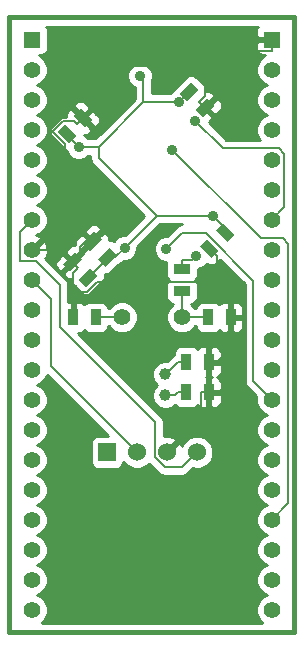
<source format=gbl>
G04 (created by PCBNEW-RS274X (2012-01-19 BZR 3256)-stable) date 2/20/2012 8:09:15 PM*
G01*
G70*
G90*
%MOIN*%
G04 Gerber Fmt 3.4, Leading zero omitted, Abs format*
%FSLAX34Y34*%
G04 APERTURE LIST*
%ADD10C,0.006000*%
%ADD11C,0.015000*%
%ADD12R,0.055000X0.055000*%
%ADD13C,0.055000*%
%ADD14R,0.060000X0.060000*%
%ADD15C,0.060000*%
%ADD16C,0.056000*%
%ADD17C,0.039400*%
%ADD18R,0.035000X0.055000*%
%ADD19R,0.055000X0.035000*%
%ADD20C,0.035000*%
%ADD21C,0.008000*%
%ADD22C,0.010000*%
G04 APERTURE END LIST*
G54D10*
G54D11*
X28250Y-42500D02*
X28250Y-22000D01*
X37750Y-42500D02*
X28250Y-42500D01*
X37750Y-22000D02*
X37750Y-42500D01*
X28250Y-22000D02*
X37750Y-22000D01*
G54D12*
X37000Y-22750D03*
G54D13*
X37000Y-23750D03*
X37000Y-24750D03*
X37000Y-25750D03*
X37000Y-26750D03*
X37000Y-27750D03*
X37000Y-28750D03*
X37000Y-29750D03*
X37000Y-30750D03*
X37000Y-31750D03*
X37000Y-32750D03*
X37000Y-33750D03*
X37000Y-34750D03*
X37000Y-35750D03*
X37000Y-36750D03*
X37000Y-37750D03*
X37000Y-38750D03*
X37000Y-39750D03*
X37000Y-40750D03*
X37000Y-41750D03*
G54D12*
X29000Y-22750D03*
G54D13*
X29000Y-23750D03*
X29000Y-24750D03*
X29000Y-25750D03*
X29000Y-26750D03*
X29000Y-27750D03*
X29000Y-28750D03*
X29000Y-29750D03*
X29000Y-30750D03*
X29000Y-31750D03*
X29000Y-32750D03*
X29000Y-33750D03*
X29000Y-34750D03*
X29000Y-35750D03*
X29000Y-36750D03*
X29000Y-37750D03*
X29000Y-38750D03*
X29000Y-39750D03*
X29000Y-40750D03*
X29000Y-41750D03*
G54D14*
X31500Y-36500D03*
G54D15*
X32500Y-36500D03*
X33500Y-36500D03*
X34500Y-36500D03*
G54D16*
X32000Y-32000D03*
X34000Y-32000D03*
G54D17*
X33447Y-33896D03*
X33447Y-34604D03*
G54D10*
G36*
X30231Y-26202D02*
X29842Y-25813D01*
X30089Y-25566D01*
X30478Y-25955D01*
X30231Y-26202D01*
X30231Y-26202D01*
G37*
G36*
X30761Y-25672D02*
X30372Y-25283D01*
X30619Y-25036D01*
X31008Y-25425D01*
X30761Y-25672D01*
X30761Y-25672D01*
G37*
G36*
X35371Y-28856D02*
X35760Y-29245D01*
X35513Y-29492D01*
X35124Y-29103D01*
X35371Y-28856D01*
X35371Y-28856D01*
G37*
G36*
X34841Y-29386D02*
X35230Y-29775D01*
X34983Y-30022D01*
X34594Y-29633D01*
X34841Y-29386D01*
X34841Y-29386D01*
G37*
G36*
X33917Y-24556D02*
X34306Y-24167D01*
X34553Y-24414D01*
X34164Y-24803D01*
X33917Y-24556D01*
X33917Y-24556D01*
G37*
G36*
X34447Y-25086D02*
X34836Y-24697D01*
X35083Y-24944D01*
X34694Y-25333D01*
X34447Y-25086D01*
X34447Y-25086D01*
G37*
G36*
X31849Y-29926D02*
X31460Y-30315D01*
X31213Y-30068D01*
X31602Y-29679D01*
X31849Y-29926D01*
X31849Y-29926D01*
G37*
G36*
X31319Y-29396D02*
X30930Y-29785D01*
X30683Y-29538D01*
X31072Y-29149D01*
X31319Y-29396D01*
X31319Y-29396D01*
G37*
G36*
X31197Y-30610D02*
X30808Y-30999D01*
X30561Y-30752D01*
X30950Y-30363D01*
X31197Y-30610D01*
X31197Y-30610D01*
G37*
G36*
X30667Y-30080D02*
X30278Y-30469D01*
X30031Y-30222D01*
X30420Y-29833D01*
X30667Y-30080D01*
X30667Y-30080D01*
G37*
G54D18*
X30375Y-32000D03*
X31125Y-32000D03*
X35625Y-32000D03*
X34875Y-32000D03*
X34897Y-33494D03*
X34147Y-33494D03*
X34897Y-34494D03*
X34147Y-34494D03*
G54D19*
X34000Y-31125D03*
X34000Y-30375D03*
G54D20*
X30551Y-26325D03*
X35037Y-28616D03*
X33899Y-24831D03*
X32085Y-29687D03*
X32607Y-23949D03*
X33479Y-29717D03*
X34441Y-25455D03*
X33680Y-26413D03*
X34466Y-29965D03*
G54D21*
X33899Y-24831D02*
X32715Y-24831D01*
X32715Y-24057D02*
X32607Y-23949D01*
X32715Y-24831D02*
X32715Y-24057D01*
X32085Y-29687D02*
X33156Y-28616D01*
X33156Y-28616D02*
X35037Y-28616D01*
X31221Y-26681D02*
X33156Y-28616D01*
X31221Y-26325D02*
X31221Y-26681D01*
X32715Y-24831D02*
X31221Y-26325D01*
X31221Y-26325D02*
X30551Y-26325D01*
X35442Y-29021D02*
X35442Y-29174D01*
X35037Y-28616D02*
X35442Y-29021D01*
X31531Y-30029D02*
X30879Y-30681D01*
X31531Y-29997D02*
X31531Y-30029D01*
X31775Y-29997D02*
X31531Y-29997D01*
X32085Y-29687D02*
X31775Y-29997D01*
X34235Y-24495D02*
X33899Y-24831D01*
X34235Y-24485D02*
X34235Y-24495D01*
X30160Y-25934D02*
X30160Y-25884D01*
X30551Y-26325D02*
X30160Y-25934D01*
X34797Y-29193D02*
X34003Y-29193D01*
X36379Y-30775D02*
X34797Y-29193D01*
X34003Y-29193D02*
X33479Y-29717D01*
X36379Y-34129D02*
X36379Y-30775D01*
X37000Y-34750D02*
X36379Y-34129D01*
X28607Y-29143D02*
X29000Y-28750D01*
X28629Y-30140D02*
X28607Y-30118D01*
X29137Y-30140D02*
X28629Y-30140D01*
X34000Y-37000D02*
X33436Y-37000D01*
X33417Y-36981D02*
X33417Y-36995D01*
X33436Y-37000D02*
X33417Y-36981D01*
X29924Y-30927D02*
X29137Y-30140D01*
X29924Y-32322D02*
X29924Y-30927D01*
X33096Y-35494D02*
X29924Y-32322D01*
X33096Y-36674D02*
X33096Y-35494D01*
X33417Y-36995D02*
X33096Y-36674D01*
X34500Y-36500D02*
X34000Y-37000D01*
X28607Y-30118D02*
X28607Y-29143D01*
X29631Y-31381D02*
X29631Y-33631D01*
X29000Y-30750D02*
X29631Y-31381D01*
X29631Y-33631D02*
X32500Y-36500D01*
X37000Y-28750D02*
X37412Y-28338D01*
X37412Y-28338D02*
X37412Y-26550D01*
X35357Y-26371D02*
X34441Y-25455D01*
X37412Y-26550D02*
X37233Y-26371D01*
X37233Y-26371D02*
X35357Y-26371D01*
X37357Y-29360D02*
X37546Y-29549D01*
X36627Y-29360D02*
X37357Y-29360D01*
X33680Y-26413D02*
X36627Y-29360D01*
X37546Y-29549D02*
X37546Y-38204D01*
X37546Y-38204D02*
X37000Y-38750D01*
X33467Y-33896D02*
X33869Y-33494D01*
X33447Y-33896D02*
X33467Y-33896D01*
X34147Y-33494D02*
X33869Y-33494D01*
X33759Y-34604D02*
X33869Y-34494D01*
X34147Y-34494D02*
X33869Y-34494D01*
X33447Y-34604D02*
X33759Y-34604D01*
X34897Y-34494D02*
X34619Y-34494D01*
X34619Y-34494D02*
X34619Y-35381D01*
X34619Y-35381D02*
X33500Y-36500D01*
X34897Y-33494D02*
X34897Y-34494D01*
X34897Y-33494D02*
X35175Y-33494D01*
X35625Y-32000D02*
X35625Y-33044D01*
X35625Y-33044D02*
X35175Y-33494D01*
X30349Y-30151D02*
X30546Y-30347D01*
X35625Y-31811D02*
X35625Y-32000D01*
X35180Y-30834D02*
X35180Y-29972D01*
X29000Y-29750D02*
X29948Y-29750D01*
X29948Y-29750D02*
X30349Y-30151D01*
X30349Y-30151D02*
X30617Y-29883D01*
X30903Y-29369D02*
X30616Y-29656D01*
X30616Y-29656D02*
X30616Y-29883D01*
X30616Y-29883D02*
X30617Y-29883D01*
X30903Y-29369D02*
X30805Y-29270D01*
X31001Y-29467D02*
X30903Y-29369D01*
X35180Y-29972D02*
X35180Y-29971D01*
X30375Y-31159D02*
X30375Y-32000D01*
X30546Y-30347D02*
X30375Y-30518D01*
X35180Y-30834D02*
X31171Y-30834D01*
X30375Y-30518D02*
X30375Y-31159D01*
X31171Y-30834D02*
X30846Y-31159D01*
X30846Y-31159D02*
X30375Y-31159D01*
X35625Y-31622D02*
X35625Y-31279D01*
X35625Y-31279D02*
X35180Y-30834D01*
X30094Y-27886D02*
X30094Y-26237D01*
X30094Y-26237D02*
X29684Y-25827D01*
X29684Y-25827D02*
X29684Y-25795D01*
X29684Y-25795D02*
X30031Y-25448D01*
X30031Y-25448D02*
X30391Y-25448D01*
X30391Y-25448D02*
X30494Y-25550D01*
X30690Y-25354D02*
X30494Y-25550D01*
X30805Y-28597D02*
X30094Y-27886D01*
X34765Y-25015D02*
X34569Y-24818D01*
X30805Y-29270D02*
X30805Y-28597D01*
X35625Y-31811D02*
X35625Y-31622D01*
X34765Y-23632D02*
X32412Y-23632D01*
X32412Y-23632D02*
X30690Y-25354D01*
X37000Y-23128D02*
X35269Y-23128D01*
X35269Y-23128D02*
X34765Y-23632D01*
X34765Y-23632D02*
X34765Y-24622D01*
X34765Y-24622D02*
X34569Y-24818D01*
X34912Y-29704D02*
X35180Y-29971D01*
X37000Y-22750D02*
X37000Y-23128D01*
X32000Y-32000D02*
X31125Y-32000D01*
X34000Y-30375D02*
X34000Y-30097D01*
X34334Y-30097D02*
X34466Y-29965D01*
X34000Y-30097D02*
X34334Y-30097D01*
X34000Y-32000D02*
X34000Y-31125D01*
X34000Y-32000D02*
X34875Y-32000D01*
G54D10*
G36*
X37050Y-22800D02*
X36950Y-22800D01*
X36900Y-22800D01*
X36537Y-22800D01*
X36475Y-22862D01*
X36476Y-23074D01*
X36514Y-23166D01*
X36584Y-23236D01*
X36675Y-23274D01*
X36774Y-23274D01*
X36703Y-23305D01*
X36555Y-23452D01*
X36475Y-23645D01*
X36475Y-23854D01*
X36555Y-24047D01*
X36702Y-24195D01*
X36835Y-24250D01*
X36703Y-24305D01*
X36555Y-24452D01*
X36475Y-24645D01*
X36475Y-24854D01*
X36555Y-25047D01*
X36702Y-25195D01*
X36835Y-25250D01*
X36703Y-25305D01*
X36555Y-25452D01*
X36475Y-25645D01*
X36475Y-25854D01*
X36555Y-26047D01*
X36588Y-26081D01*
X35477Y-26081D01*
X35332Y-25936D01*
X35332Y-24994D01*
X35332Y-24895D01*
X35294Y-24803D01*
X35215Y-24723D01*
X35128Y-24723D01*
X34836Y-25015D01*
X35057Y-25236D01*
X35145Y-25236D01*
X35225Y-25155D01*
X35295Y-25085D01*
X35332Y-24994D01*
X35332Y-25936D01*
X34888Y-25492D01*
X34905Y-25475D01*
X34986Y-25395D01*
X34986Y-25307D01*
X34800Y-25121D01*
X34765Y-25086D01*
X34694Y-25015D01*
X34765Y-24944D01*
X34800Y-24909D01*
X35057Y-24652D01*
X35057Y-24565D01*
X34977Y-24486D01*
X34885Y-24448D01*
X34802Y-24448D01*
X34802Y-24365D01*
X34765Y-24274D01*
X34695Y-24204D01*
X34447Y-23956D01*
X34355Y-23918D01*
X34256Y-23918D01*
X34165Y-23955D01*
X34095Y-24025D01*
X33706Y-24414D01*
X33687Y-24458D01*
X33659Y-24470D01*
X33588Y-24541D01*
X33005Y-24541D01*
X33005Y-24098D01*
X33032Y-24034D01*
X33032Y-23865D01*
X32968Y-23709D01*
X32848Y-23589D01*
X32692Y-23524D01*
X32523Y-23524D01*
X32367Y-23588D01*
X32247Y-23708D01*
X32182Y-23864D01*
X32182Y-24033D01*
X32246Y-24189D01*
X32366Y-24309D01*
X32425Y-24333D01*
X32425Y-24711D01*
X31257Y-25879D01*
X31257Y-25474D01*
X31257Y-25375D01*
X31220Y-25284D01*
X31150Y-25214D01*
X31070Y-25133D01*
X30982Y-25133D01*
X30911Y-25204D01*
X30911Y-25062D01*
X30911Y-24974D01*
X30830Y-24894D01*
X30760Y-24824D01*
X30669Y-24787D01*
X30570Y-24787D01*
X30478Y-24825D01*
X30398Y-24904D01*
X30398Y-24991D01*
X30690Y-25283D01*
X30911Y-25062D01*
X30911Y-25204D01*
X30761Y-25354D01*
X31053Y-25646D01*
X31140Y-25646D01*
X31219Y-25566D01*
X31257Y-25474D01*
X31257Y-25879D01*
X31101Y-26035D01*
X30862Y-26035D01*
X30792Y-25965D01*
X30727Y-25937D01*
X30727Y-25921D01*
X30810Y-25921D01*
X30902Y-25883D01*
X30982Y-25804D01*
X30982Y-25717D01*
X30725Y-25460D01*
X30690Y-25425D01*
X30619Y-25354D01*
X30584Y-25319D01*
X30327Y-25062D01*
X30240Y-25062D01*
X30161Y-25142D01*
X30123Y-25234D01*
X30123Y-25317D01*
X30040Y-25317D01*
X29949Y-25354D01*
X29879Y-25424D01*
X29631Y-25672D01*
X29593Y-25764D01*
X29593Y-25863D01*
X29630Y-25954D01*
X29700Y-26024D01*
X30089Y-26413D01*
X30135Y-26432D01*
X30190Y-26565D01*
X30310Y-26685D01*
X30466Y-26750D01*
X30635Y-26750D01*
X30791Y-26686D01*
X30862Y-26615D01*
X30931Y-26615D01*
X30931Y-26681D01*
X30953Y-26792D01*
X31016Y-26886D01*
X32745Y-28615D01*
X32099Y-29262D01*
X32001Y-29262D01*
X31845Y-29326D01*
X31725Y-29446D01*
X31719Y-29458D01*
X31651Y-29430D01*
X31568Y-29430D01*
X31568Y-29347D01*
X31530Y-29255D01*
X31451Y-29175D01*
X31364Y-29175D01*
X31293Y-29246D01*
X31293Y-29104D01*
X31293Y-29017D01*
X31213Y-28938D01*
X31121Y-28900D01*
X31022Y-28900D01*
X30931Y-28937D01*
X30861Y-29007D01*
X30780Y-29087D01*
X30780Y-29175D01*
X31001Y-29396D01*
X31293Y-29104D01*
X31293Y-29246D01*
X31107Y-29432D01*
X31072Y-29467D01*
X31001Y-29538D01*
X30966Y-29573D01*
X30930Y-29609D01*
X30930Y-29467D01*
X30709Y-29246D01*
X30621Y-29246D01*
X30541Y-29327D01*
X30471Y-29397D01*
X30434Y-29488D01*
X30434Y-29584D01*
X30370Y-29584D01*
X30279Y-29621D01*
X30209Y-29691D01*
X30128Y-29771D01*
X30128Y-29859D01*
X30349Y-30080D01*
X30641Y-29788D01*
X30641Y-29756D01*
X30930Y-29467D01*
X30930Y-29609D01*
X30709Y-29830D01*
X30709Y-29862D01*
X30455Y-30116D01*
X30420Y-30151D01*
X30349Y-30222D01*
X30314Y-30257D01*
X30278Y-30293D01*
X30278Y-30151D01*
X30057Y-29930D01*
X29969Y-29930D01*
X29889Y-30011D01*
X29819Y-30081D01*
X29782Y-30172D01*
X29782Y-30271D01*
X29820Y-30363D01*
X29899Y-30443D01*
X29986Y-30443D01*
X30278Y-30151D01*
X30278Y-30293D01*
X30057Y-30514D01*
X30057Y-30601D01*
X30137Y-30680D01*
X30229Y-30718D01*
X30312Y-30718D01*
X30312Y-30801D01*
X30349Y-30892D01*
X30419Y-30962D01*
X30667Y-31210D01*
X30759Y-31248D01*
X30858Y-31248D01*
X30949Y-31211D01*
X31019Y-31141D01*
X31408Y-30752D01*
X31446Y-30660D01*
X31446Y-30564D01*
X31510Y-30564D01*
X31601Y-30527D01*
X31671Y-30457D01*
X31857Y-30270D01*
X31886Y-30265D01*
X31980Y-30202D01*
X32070Y-30112D01*
X32169Y-30112D01*
X32325Y-30048D01*
X32445Y-29928D01*
X32510Y-29772D01*
X32510Y-29672D01*
X33276Y-28906D01*
X33987Y-28906D01*
X33892Y-28925D01*
X33798Y-28988D01*
X33494Y-29292D01*
X33395Y-29292D01*
X33239Y-29356D01*
X33119Y-29476D01*
X33054Y-29632D01*
X33054Y-29801D01*
X33118Y-29957D01*
X33238Y-30077D01*
X33394Y-30142D01*
X33479Y-30142D01*
X33476Y-30150D01*
X33476Y-30249D01*
X33476Y-30599D01*
X33514Y-30691D01*
X33573Y-30750D01*
X33514Y-30809D01*
X33476Y-30900D01*
X33476Y-30999D01*
X33476Y-31349D01*
X33514Y-31441D01*
X33584Y-31511D01*
X33675Y-31549D01*
X33704Y-31549D01*
X33700Y-31551D01*
X33551Y-31699D01*
X33470Y-31894D01*
X33470Y-32105D01*
X33551Y-32300D01*
X33699Y-32449D01*
X33894Y-32530D01*
X34105Y-32530D01*
X34300Y-32449D01*
X34449Y-32301D01*
X34451Y-32296D01*
X34451Y-32324D01*
X34489Y-32416D01*
X34559Y-32486D01*
X34650Y-32524D01*
X34749Y-32524D01*
X35099Y-32524D01*
X35191Y-32486D01*
X35250Y-32427D01*
X35309Y-32486D01*
X35401Y-32524D01*
X35513Y-32525D01*
X35575Y-32463D01*
X35575Y-32100D01*
X35575Y-32050D01*
X35575Y-31950D01*
X35575Y-31900D01*
X35575Y-31537D01*
X35513Y-31475D01*
X35401Y-31476D01*
X35309Y-31514D01*
X35250Y-31573D01*
X35191Y-31514D01*
X35100Y-31476D01*
X35001Y-31476D01*
X34651Y-31476D01*
X34559Y-31514D01*
X34489Y-31584D01*
X34451Y-31675D01*
X34451Y-31704D01*
X34449Y-31700D01*
X34301Y-31551D01*
X34296Y-31549D01*
X34324Y-31549D01*
X34416Y-31511D01*
X34486Y-31441D01*
X34524Y-31350D01*
X34524Y-31251D01*
X34524Y-30901D01*
X34486Y-30809D01*
X34427Y-30750D01*
X34486Y-30691D01*
X34524Y-30600D01*
X34524Y-30501D01*
X34524Y-30390D01*
X34550Y-30390D01*
X34706Y-30326D01*
X34820Y-30212D01*
X34842Y-30234D01*
X34933Y-30271D01*
X35032Y-30271D01*
X35124Y-30233D01*
X35204Y-30154D01*
X35204Y-30137D01*
X35213Y-30146D01*
X35276Y-30082D01*
X36089Y-30895D01*
X36089Y-34129D01*
X36111Y-34240D01*
X36174Y-34334D01*
X36477Y-34637D01*
X36475Y-34645D01*
X36475Y-34854D01*
X36555Y-35047D01*
X36702Y-35195D01*
X36835Y-35250D01*
X36703Y-35305D01*
X36555Y-35452D01*
X36475Y-35645D01*
X36475Y-35854D01*
X36555Y-36047D01*
X36702Y-36195D01*
X36835Y-36250D01*
X36703Y-36305D01*
X36555Y-36452D01*
X36475Y-36645D01*
X36475Y-36854D01*
X36555Y-37047D01*
X36702Y-37195D01*
X36835Y-37250D01*
X36703Y-37305D01*
X36555Y-37452D01*
X36475Y-37645D01*
X36475Y-37854D01*
X36555Y-38047D01*
X36702Y-38195D01*
X36835Y-38250D01*
X36703Y-38305D01*
X36555Y-38452D01*
X36475Y-38645D01*
X36475Y-38854D01*
X36555Y-39047D01*
X36702Y-39195D01*
X36835Y-39250D01*
X36703Y-39305D01*
X36555Y-39452D01*
X36475Y-39645D01*
X36475Y-39854D01*
X36555Y-40047D01*
X36702Y-40195D01*
X36835Y-40250D01*
X36703Y-40305D01*
X36555Y-40452D01*
X36475Y-40645D01*
X36475Y-40854D01*
X36555Y-41047D01*
X36702Y-41195D01*
X36835Y-41250D01*
X36703Y-41305D01*
X36555Y-41452D01*
X36475Y-41645D01*
X36475Y-41854D01*
X36555Y-42047D01*
X36682Y-42175D01*
X36050Y-42175D01*
X36050Y-32112D01*
X36050Y-31888D01*
X36049Y-31774D01*
X36049Y-31675D01*
X36011Y-31584D01*
X35941Y-31514D01*
X35849Y-31476D01*
X35737Y-31475D01*
X35675Y-31537D01*
X35675Y-31950D01*
X35988Y-31950D01*
X36050Y-31888D01*
X36050Y-32112D01*
X35988Y-32050D01*
X35675Y-32050D01*
X35675Y-32463D01*
X35737Y-32525D01*
X35849Y-32524D01*
X35941Y-32486D01*
X36011Y-32416D01*
X36049Y-32325D01*
X36049Y-32226D01*
X36050Y-32112D01*
X36050Y-42175D01*
X35322Y-42175D01*
X35322Y-34606D01*
X35322Y-34382D01*
X35321Y-34268D01*
X35321Y-34169D01*
X35283Y-34078D01*
X35213Y-34008D01*
X35179Y-33994D01*
X35213Y-33980D01*
X35283Y-33910D01*
X35321Y-33819D01*
X35321Y-33720D01*
X35322Y-33606D01*
X35322Y-33382D01*
X35321Y-33268D01*
X35321Y-33169D01*
X35283Y-33078D01*
X35213Y-33008D01*
X35121Y-32970D01*
X35009Y-32969D01*
X34947Y-33031D01*
X34947Y-33444D01*
X35260Y-33444D01*
X35322Y-33382D01*
X35322Y-33606D01*
X35260Y-33544D01*
X34947Y-33544D01*
X34947Y-33957D01*
X34984Y-33994D01*
X34947Y-34031D01*
X34947Y-34444D01*
X35260Y-34444D01*
X35322Y-34382D01*
X35322Y-34606D01*
X35260Y-34544D01*
X34947Y-34544D01*
X34947Y-34957D01*
X35009Y-35019D01*
X35121Y-35018D01*
X35213Y-34980D01*
X35283Y-34910D01*
X35321Y-34819D01*
X35321Y-34720D01*
X35322Y-34606D01*
X35322Y-42175D01*
X29317Y-42175D01*
X29445Y-42048D01*
X29525Y-41855D01*
X29525Y-41646D01*
X29445Y-41453D01*
X29298Y-41305D01*
X29164Y-41249D01*
X29297Y-41195D01*
X29445Y-41048D01*
X29525Y-40855D01*
X29525Y-40646D01*
X29445Y-40453D01*
X29298Y-40305D01*
X29164Y-40249D01*
X29297Y-40195D01*
X29445Y-40048D01*
X29525Y-39855D01*
X29525Y-39646D01*
X29445Y-39453D01*
X29298Y-39305D01*
X29164Y-39249D01*
X29297Y-39195D01*
X29445Y-39048D01*
X29525Y-38855D01*
X29525Y-38646D01*
X29445Y-38453D01*
X29298Y-38305D01*
X29164Y-38249D01*
X29297Y-38195D01*
X29445Y-38048D01*
X29525Y-37855D01*
X29525Y-37646D01*
X29445Y-37453D01*
X29298Y-37305D01*
X29164Y-37249D01*
X29297Y-37195D01*
X29445Y-37048D01*
X29525Y-36855D01*
X29525Y-36646D01*
X29445Y-36453D01*
X29298Y-36305D01*
X29164Y-36249D01*
X29297Y-36195D01*
X29445Y-36048D01*
X29525Y-35855D01*
X29525Y-35646D01*
X29445Y-35453D01*
X29298Y-35305D01*
X29164Y-35249D01*
X29297Y-35195D01*
X29445Y-35048D01*
X29525Y-34855D01*
X29525Y-34646D01*
X29445Y-34453D01*
X29298Y-34305D01*
X29164Y-34249D01*
X29297Y-34195D01*
X29445Y-34048D01*
X29501Y-33911D01*
X31541Y-35951D01*
X31151Y-35951D01*
X31059Y-35989D01*
X30989Y-36059D01*
X30951Y-36150D01*
X30951Y-36249D01*
X30951Y-36849D01*
X30989Y-36941D01*
X31059Y-37011D01*
X31150Y-37049D01*
X31249Y-37049D01*
X31849Y-37049D01*
X31941Y-37011D01*
X32011Y-36941D01*
X32049Y-36850D01*
X32049Y-36825D01*
X32189Y-36965D01*
X32391Y-37049D01*
X32609Y-37049D01*
X32811Y-36965D01*
X32894Y-36882D01*
X33211Y-37199D01*
X33212Y-37200D01*
X33305Y-37262D01*
X33306Y-37263D01*
X33320Y-37265D01*
X33321Y-37265D01*
X33322Y-37266D01*
X33323Y-37266D01*
X33324Y-37267D01*
X33325Y-37268D01*
X33435Y-37289D01*
X33436Y-37290D01*
X34000Y-37290D01*
X34111Y-37268D01*
X34205Y-37205D01*
X34369Y-37040D01*
X34391Y-37049D01*
X34609Y-37049D01*
X34811Y-36965D01*
X34965Y-36811D01*
X35049Y-36609D01*
X35049Y-36391D01*
X34965Y-36189D01*
X34847Y-36071D01*
X34847Y-34957D01*
X34847Y-34594D01*
X34847Y-34544D01*
X34847Y-34444D01*
X34847Y-34394D01*
X34847Y-34031D01*
X34810Y-33994D01*
X34847Y-33957D01*
X34847Y-33594D01*
X34847Y-33544D01*
X34847Y-33444D01*
X34847Y-33394D01*
X34847Y-33031D01*
X34785Y-32969D01*
X34673Y-32970D01*
X34581Y-33008D01*
X34522Y-33067D01*
X34463Y-33008D01*
X34372Y-32970D01*
X34273Y-32970D01*
X33923Y-32970D01*
X33831Y-33008D01*
X33761Y-33078D01*
X33723Y-33169D01*
X33723Y-33249D01*
X33664Y-33289D01*
X33503Y-33450D01*
X33359Y-33450D01*
X33195Y-33518D01*
X33069Y-33643D01*
X33001Y-33807D01*
X33001Y-33984D01*
X33069Y-34148D01*
X33170Y-34250D01*
X33069Y-34351D01*
X33001Y-34515D01*
X33001Y-34692D01*
X33069Y-34856D01*
X33194Y-34982D01*
X33358Y-35050D01*
X33535Y-35050D01*
X33699Y-34982D01*
X33766Y-34915D01*
X33831Y-34980D01*
X33922Y-35018D01*
X34021Y-35018D01*
X34371Y-35018D01*
X34463Y-34980D01*
X34522Y-34921D01*
X34581Y-34980D01*
X34673Y-35018D01*
X34785Y-35019D01*
X34847Y-34957D01*
X34847Y-36071D01*
X34811Y-36035D01*
X34609Y-35951D01*
X34391Y-35951D01*
X34189Y-36035D01*
X34035Y-36189D01*
X33997Y-36280D01*
X33972Y-36219D01*
X33878Y-36192D01*
X33571Y-36500D01*
X33500Y-36571D01*
X33429Y-36500D01*
X33500Y-36429D01*
X33535Y-36394D01*
X33808Y-36122D01*
X33781Y-36028D01*
X33579Y-35957D01*
X33386Y-35966D01*
X33386Y-35494D01*
X33385Y-35493D01*
X33364Y-35383D01*
X33363Y-35382D01*
X33301Y-35289D01*
X33300Y-35288D01*
X30536Y-32524D01*
X30599Y-32524D01*
X30691Y-32486D01*
X30750Y-32427D01*
X30809Y-32486D01*
X30900Y-32524D01*
X30999Y-32524D01*
X31349Y-32524D01*
X31441Y-32486D01*
X31511Y-32416D01*
X31549Y-32325D01*
X31549Y-32295D01*
X31551Y-32300D01*
X31699Y-32449D01*
X31894Y-32530D01*
X32105Y-32530D01*
X32300Y-32449D01*
X32449Y-32301D01*
X32530Y-32106D01*
X32530Y-31895D01*
X32449Y-31700D01*
X32301Y-31551D01*
X32106Y-31470D01*
X31895Y-31470D01*
X31700Y-31551D01*
X31551Y-31699D01*
X31549Y-31703D01*
X31549Y-31676D01*
X31511Y-31584D01*
X31441Y-31514D01*
X31350Y-31476D01*
X31251Y-31476D01*
X30901Y-31476D01*
X30809Y-31514D01*
X30750Y-31573D01*
X30691Y-31514D01*
X30599Y-31476D01*
X30487Y-31475D01*
X30425Y-31537D01*
X30425Y-31900D01*
X30425Y-31950D01*
X30425Y-32050D01*
X30325Y-32050D01*
X30325Y-31950D01*
X30325Y-31900D01*
X30325Y-31537D01*
X30263Y-31475D01*
X30214Y-31475D01*
X30214Y-30927D01*
X30213Y-30926D01*
X30192Y-30816D01*
X30191Y-30815D01*
X30129Y-30722D01*
X30128Y-30721D01*
X29429Y-30022D01*
X29452Y-30017D01*
X29519Y-29824D01*
X29508Y-29620D01*
X29452Y-29483D01*
X29361Y-29460D01*
X29106Y-29715D01*
X29071Y-29750D01*
X29000Y-29821D01*
X28929Y-29750D01*
X29000Y-29679D01*
X29035Y-29644D01*
X29290Y-29389D01*
X29267Y-29298D01*
X29148Y-29256D01*
X29297Y-29195D01*
X29445Y-29048D01*
X29525Y-28855D01*
X29525Y-28646D01*
X29445Y-28453D01*
X29298Y-28305D01*
X29164Y-28249D01*
X29297Y-28195D01*
X29445Y-28048D01*
X29525Y-27855D01*
X29525Y-27646D01*
X29445Y-27453D01*
X29298Y-27305D01*
X29164Y-27249D01*
X29297Y-27195D01*
X29445Y-27048D01*
X29525Y-26855D01*
X29525Y-26646D01*
X29445Y-26453D01*
X29298Y-26305D01*
X29164Y-26249D01*
X29297Y-26195D01*
X29445Y-26048D01*
X29525Y-25855D01*
X29525Y-25646D01*
X29445Y-25453D01*
X29298Y-25305D01*
X29164Y-25249D01*
X29297Y-25195D01*
X29445Y-25048D01*
X29525Y-24855D01*
X29525Y-24646D01*
X29445Y-24453D01*
X29298Y-24305D01*
X29164Y-24249D01*
X29297Y-24195D01*
X29445Y-24048D01*
X29525Y-23855D01*
X29525Y-23646D01*
X29445Y-23453D01*
X29298Y-23305D01*
X29223Y-23274D01*
X29324Y-23274D01*
X29416Y-23236D01*
X29486Y-23166D01*
X29524Y-23075D01*
X29524Y-22976D01*
X29524Y-22426D01*
X29486Y-22334D01*
X29477Y-22325D01*
X36523Y-22325D01*
X36514Y-22334D01*
X36476Y-22426D01*
X36475Y-22638D01*
X36537Y-22700D01*
X36900Y-22700D01*
X36950Y-22700D01*
X37050Y-22700D01*
X37050Y-22800D01*
X37050Y-22800D01*
G37*
G54D22*
X37050Y-22800D02*
X36950Y-22800D01*
X36900Y-22800D01*
X36537Y-22800D01*
X36475Y-22862D01*
X36476Y-23074D01*
X36514Y-23166D01*
X36584Y-23236D01*
X36675Y-23274D01*
X36774Y-23274D01*
X36703Y-23305D01*
X36555Y-23452D01*
X36475Y-23645D01*
X36475Y-23854D01*
X36555Y-24047D01*
X36702Y-24195D01*
X36835Y-24250D01*
X36703Y-24305D01*
X36555Y-24452D01*
X36475Y-24645D01*
X36475Y-24854D01*
X36555Y-25047D01*
X36702Y-25195D01*
X36835Y-25250D01*
X36703Y-25305D01*
X36555Y-25452D01*
X36475Y-25645D01*
X36475Y-25854D01*
X36555Y-26047D01*
X36588Y-26081D01*
X35477Y-26081D01*
X35332Y-25936D01*
X35332Y-24994D01*
X35332Y-24895D01*
X35294Y-24803D01*
X35215Y-24723D01*
X35128Y-24723D01*
X34836Y-25015D01*
X35057Y-25236D01*
X35145Y-25236D01*
X35225Y-25155D01*
X35295Y-25085D01*
X35332Y-24994D01*
X35332Y-25936D01*
X34888Y-25492D01*
X34905Y-25475D01*
X34986Y-25395D01*
X34986Y-25307D01*
X34800Y-25121D01*
X34765Y-25086D01*
X34694Y-25015D01*
X34765Y-24944D01*
X34800Y-24909D01*
X35057Y-24652D01*
X35057Y-24565D01*
X34977Y-24486D01*
X34885Y-24448D01*
X34802Y-24448D01*
X34802Y-24365D01*
X34765Y-24274D01*
X34695Y-24204D01*
X34447Y-23956D01*
X34355Y-23918D01*
X34256Y-23918D01*
X34165Y-23955D01*
X34095Y-24025D01*
X33706Y-24414D01*
X33687Y-24458D01*
X33659Y-24470D01*
X33588Y-24541D01*
X33005Y-24541D01*
X33005Y-24098D01*
X33032Y-24034D01*
X33032Y-23865D01*
X32968Y-23709D01*
X32848Y-23589D01*
X32692Y-23524D01*
X32523Y-23524D01*
X32367Y-23588D01*
X32247Y-23708D01*
X32182Y-23864D01*
X32182Y-24033D01*
X32246Y-24189D01*
X32366Y-24309D01*
X32425Y-24333D01*
X32425Y-24711D01*
X31257Y-25879D01*
X31257Y-25474D01*
X31257Y-25375D01*
X31220Y-25284D01*
X31150Y-25214D01*
X31070Y-25133D01*
X30982Y-25133D01*
X30911Y-25204D01*
X30911Y-25062D01*
X30911Y-24974D01*
X30830Y-24894D01*
X30760Y-24824D01*
X30669Y-24787D01*
X30570Y-24787D01*
X30478Y-24825D01*
X30398Y-24904D01*
X30398Y-24991D01*
X30690Y-25283D01*
X30911Y-25062D01*
X30911Y-25204D01*
X30761Y-25354D01*
X31053Y-25646D01*
X31140Y-25646D01*
X31219Y-25566D01*
X31257Y-25474D01*
X31257Y-25879D01*
X31101Y-26035D01*
X30862Y-26035D01*
X30792Y-25965D01*
X30727Y-25937D01*
X30727Y-25921D01*
X30810Y-25921D01*
X30902Y-25883D01*
X30982Y-25804D01*
X30982Y-25717D01*
X30725Y-25460D01*
X30690Y-25425D01*
X30619Y-25354D01*
X30584Y-25319D01*
X30327Y-25062D01*
X30240Y-25062D01*
X30161Y-25142D01*
X30123Y-25234D01*
X30123Y-25317D01*
X30040Y-25317D01*
X29949Y-25354D01*
X29879Y-25424D01*
X29631Y-25672D01*
X29593Y-25764D01*
X29593Y-25863D01*
X29630Y-25954D01*
X29700Y-26024D01*
X30089Y-26413D01*
X30135Y-26432D01*
X30190Y-26565D01*
X30310Y-26685D01*
X30466Y-26750D01*
X30635Y-26750D01*
X30791Y-26686D01*
X30862Y-26615D01*
X30931Y-26615D01*
X30931Y-26681D01*
X30953Y-26792D01*
X31016Y-26886D01*
X32745Y-28615D01*
X32099Y-29262D01*
X32001Y-29262D01*
X31845Y-29326D01*
X31725Y-29446D01*
X31719Y-29458D01*
X31651Y-29430D01*
X31568Y-29430D01*
X31568Y-29347D01*
X31530Y-29255D01*
X31451Y-29175D01*
X31364Y-29175D01*
X31293Y-29246D01*
X31293Y-29104D01*
X31293Y-29017D01*
X31213Y-28938D01*
X31121Y-28900D01*
X31022Y-28900D01*
X30931Y-28937D01*
X30861Y-29007D01*
X30780Y-29087D01*
X30780Y-29175D01*
X31001Y-29396D01*
X31293Y-29104D01*
X31293Y-29246D01*
X31107Y-29432D01*
X31072Y-29467D01*
X31001Y-29538D01*
X30966Y-29573D01*
X30930Y-29609D01*
X30930Y-29467D01*
X30709Y-29246D01*
X30621Y-29246D01*
X30541Y-29327D01*
X30471Y-29397D01*
X30434Y-29488D01*
X30434Y-29584D01*
X30370Y-29584D01*
X30279Y-29621D01*
X30209Y-29691D01*
X30128Y-29771D01*
X30128Y-29859D01*
X30349Y-30080D01*
X30641Y-29788D01*
X30641Y-29756D01*
X30930Y-29467D01*
X30930Y-29609D01*
X30709Y-29830D01*
X30709Y-29862D01*
X30455Y-30116D01*
X30420Y-30151D01*
X30349Y-30222D01*
X30314Y-30257D01*
X30278Y-30293D01*
X30278Y-30151D01*
X30057Y-29930D01*
X29969Y-29930D01*
X29889Y-30011D01*
X29819Y-30081D01*
X29782Y-30172D01*
X29782Y-30271D01*
X29820Y-30363D01*
X29899Y-30443D01*
X29986Y-30443D01*
X30278Y-30151D01*
X30278Y-30293D01*
X30057Y-30514D01*
X30057Y-30601D01*
X30137Y-30680D01*
X30229Y-30718D01*
X30312Y-30718D01*
X30312Y-30801D01*
X30349Y-30892D01*
X30419Y-30962D01*
X30667Y-31210D01*
X30759Y-31248D01*
X30858Y-31248D01*
X30949Y-31211D01*
X31019Y-31141D01*
X31408Y-30752D01*
X31446Y-30660D01*
X31446Y-30564D01*
X31510Y-30564D01*
X31601Y-30527D01*
X31671Y-30457D01*
X31857Y-30270D01*
X31886Y-30265D01*
X31980Y-30202D01*
X32070Y-30112D01*
X32169Y-30112D01*
X32325Y-30048D01*
X32445Y-29928D01*
X32510Y-29772D01*
X32510Y-29672D01*
X33276Y-28906D01*
X33987Y-28906D01*
X33892Y-28925D01*
X33798Y-28988D01*
X33494Y-29292D01*
X33395Y-29292D01*
X33239Y-29356D01*
X33119Y-29476D01*
X33054Y-29632D01*
X33054Y-29801D01*
X33118Y-29957D01*
X33238Y-30077D01*
X33394Y-30142D01*
X33479Y-30142D01*
X33476Y-30150D01*
X33476Y-30249D01*
X33476Y-30599D01*
X33514Y-30691D01*
X33573Y-30750D01*
X33514Y-30809D01*
X33476Y-30900D01*
X33476Y-30999D01*
X33476Y-31349D01*
X33514Y-31441D01*
X33584Y-31511D01*
X33675Y-31549D01*
X33704Y-31549D01*
X33700Y-31551D01*
X33551Y-31699D01*
X33470Y-31894D01*
X33470Y-32105D01*
X33551Y-32300D01*
X33699Y-32449D01*
X33894Y-32530D01*
X34105Y-32530D01*
X34300Y-32449D01*
X34449Y-32301D01*
X34451Y-32296D01*
X34451Y-32324D01*
X34489Y-32416D01*
X34559Y-32486D01*
X34650Y-32524D01*
X34749Y-32524D01*
X35099Y-32524D01*
X35191Y-32486D01*
X35250Y-32427D01*
X35309Y-32486D01*
X35401Y-32524D01*
X35513Y-32525D01*
X35575Y-32463D01*
X35575Y-32100D01*
X35575Y-32050D01*
X35575Y-31950D01*
X35575Y-31900D01*
X35575Y-31537D01*
X35513Y-31475D01*
X35401Y-31476D01*
X35309Y-31514D01*
X35250Y-31573D01*
X35191Y-31514D01*
X35100Y-31476D01*
X35001Y-31476D01*
X34651Y-31476D01*
X34559Y-31514D01*
X34489Y-31584D01*
X34451Y-31675D01*
X34451Y-31704D01*
X34449Y-31700D01*
X34301Y-31551D01*
X34296Y-31549D01*
X34324Y-31549D01*
X34416Y-31511D01*
X34486Y-31441D01*
X34524Y-31350D01*
X34524Y-31251D01*
X34524Y-30901D01*
X34486Y-30809D01*
X34427Y-30750D01*
X34486Y-30691D01*
X34524Y-30600D01*
X34524Y-30501D01*
X34524Y-30390D01*
X34550Y-30390D01*
X34706Y-30326D01*
X34820Y-30212D01*
X34842Y-30234D01*
X34933Y-30271D01*
X35032Y-30271D01*
X35124Y-30233D01*
X35204Y-30154D01*
X35204Y-30137D01*
X35213Y-30146D01*
X35276Y-30082D01*
X36089Y-30895D01*
X36089Y-34129D01*
X36111Y-34240D01*
X36174Y-34334D01*
X36477Y-34637D01*
X36475Y-34645D01*
X36475Y-34854D01*
X36555Y-35047D01*
X36702Y-35195D01*
X36835Y-35250D01*
X36703Y-35305D01*
X36555Y-35452D01*
X36475Y-35645D01*
X36475Y-35854D01*
X36555Y-36047D01*
X36702Y-36195D01*
X36835Y-36250D01*
X36703Y-36305D01*
X36555Y-36452D01*
X36475Y-36645D01*
X36475Y-36854D01*
X36555Y-37047D01*
X36702Y-37195D01*
X36835Y-37250D01*
X36703Y-37305D01*
X36555Y-37452D01*
X36475Y-37645D01*
X36475Y-37854D01*
X36555Y-38047D01*
X36702Y-38195D01*
X36835Y-38250D01*
X36703Y-38305D01*
X36555Y-38452D01*
X36475Y-38645D01*
X36475Y-38854D01*
X36555Y-39047D01*
X36702Y-39195D01*
X36835Y-39250D01*
X36703Y-39305D01*
X36555Y-39452D01*
X36475Y-39645D01*
X36475Y-39854D01*
X36555Y-40047D01*
X36702Y-40195D01*
X36835Y-40250D01*
X36703Y-40305D01*
X36555Y-40452D01*
X36475Y-40645D01*
X36475Y-40854D01*
X36555Y-41047D01*
X36702Y-41195D01*
X36835Y-41250D01*
X36703Y-41305D01*
X36555Y-41452D01*
X36475Y-41645D01*
X36475Y-41854D01*
X36555Y-42047D01*
X36682Y-42175D01*
X36050Y-42175D01*
X36050Y-32112D01*
X36050Y-31888D01*
X36049Y-31774D01*
X36049Y-31675D01*
X36011Y-31584D01*
X35941Y-31514D01*
X35849Y-31476D01*
X35737Y-31475D01*
X35675Y-31537D01*
X35675Y-31950D01*
X35988Y-31950D01*
X36050Y-31888D01*
X36050Y-32112D01*
X35988Y-32050D01*
X35675Y-32050D01*
X35675Y-32463D01*
X35737Y-32525D01*
X35849Y-32524D01*
X35941Y-32486D01*
X36011Y-32416D01*
X36049Y-32325D01*
X36049Y-32226D01*
X36050Y-32112D01*
X36050Y-42175D01*
X35322Y-42175D01*
X35322Y-34606D01*
X35322Y-34382D01*
X35321Y-34268D01*
X35321Y-34169D01*
X35283Y-34078D01*
X35213Y-34008D01*
X35179Y-33994D01*
X35213Y-33980D01*
X35283Y-33910D01*
X35321Y-33819D01*
X35321Y-33720D01*
X35322Y-33606D01*
X35322Y-33382D01*
X35321Y-33268D01*
X35321Y-33169D01*
X35283Y-33078D01*
X35213Y-33008D01*
X35121Y-32970D01*
X35009Y-32969D01*
X34947Y-33031D01*
X34947Y-33444D01*
X35260Y-33444D01*
X35322Y-33382D01*
X35322Y-33606D01*
X35260Y-33544D01*
X34947Y-33544D01*
X34947Y-33957D01*
X34984Y-33994D01*
X34947Y-34031D01*
X34947Y-34444D01*
X35260Y-34444D01*
X35322Y-34382D01*
X35322Y-34606D01*
X35260Y-34544D01*
X34947Y-34544D01*
X34947Y-34957D01*
X35009Y-35019D01*
X35121Y-35018D01*
X35213Y-34980D01*
X35283Y-34910D01*
X35321Y-34819D01*
X35321Y-34720D01*
X35322Y-34606D01*
X35322Y-42175D01*
X29317Y-42175D01*
X29445Y-42048D01*
X29525Y-41855D01*
X29525Y-41646D01*
X29445Y-41453D01*
X29298Y-41305D01*
X29164Y-41249D01*
X29297Y-41195D01*
X29445Y-41048D01*
X29525Y-40855D01*
X29525Y-40646D01*
X29445Y-40453D01*
X29298Y-40305D01*
X29164Y-40249D01*
X29297Y-40195D01*
X29445Y-40048D01*
X29525Y-39855D01*
X29525Y-39646D01*
X29445Y-39453D01*
X29298Y-39305D01*
X29164Y-39249D01*
X29297Y-39195D01*
X29445Y-39048D01*
X29525Y-38855D01*
X29525Y-38646D01*
X29445Y-38453D01*
X29298Y-38305D01*
X29164Y-38249D01*
X29297Y-38195D01*
X29445Y-38048D01*
X29525Y-37855D01*
X29525Y-37646D01*
X29445Y-37453D01*
X29298Y-37305D01*
X29164Y-37249D01*
X29297Y-37195D01*
X29445Y-37048D01*
X29525Y-36855D01*
X29525Y-36646D01*
X29445Y-36453D01*
X29298Y-36305D01*
X29164Y-36249D01*
X29297Y-36195D01*
X29445Y-36048D01*
X29525Y-35855D01*
X29525Y-35646D01*
X29445Y-35453D01*
X29298Y-35305D01*
X29164Y-35249D01*
X29297Y-35195D01*
X29445Y-35048D01*
X29525Y-34855D01*
X29525Y-34646D01*
X29445Y-34453D01*
X29298Y-34305D01*
X29164Y-34249D01*
X29297Y-34195D01*
X29445Y-34048D01*
X29501Y-33911D01*
X31541Y-35951D01*
X31151Y-35951D01*
X31059Y-35989D01*
X30989Y-36059D01*
X30951Y-36150D01*
X30951Y-36249D01*
X30951Y-36849D01*
X30989Y-36941D01*
X31059Y-37011D01*
X31150Y-37049D01*
X31249Y-37049D01*
X31849Y-37049D01*
X31941Y-37011D01*
X32011Y-36941D01*
X32049Y-36850D01*
X32049Y-36825D01*
X32189Y-36965D01*
X32391Y-37049D01*
X32609Y-37049D01*
X32811Y-36965D01*
X32894Y-36882D01*
X33211Y-37199D01*
X33212Y-37200D01*
X33305Y-37262D01*
X33306Y-37263D01*
X33320Y-37265D01*
X33321Y-37265D01*
X33322Y-37266D01*
X33323Y-37266D01*
X33324Y-37267D01*
X33325Y-37268D01*
X33435Y-37289D01*
X33436Y-37290D01*
X34000Y-37290D01*
X34111Y-37268D01*
X34205Y-37205D01*
X34369Y-37040D01*
X34391Y-37049D01*
X34609Y-37049D01*
X34811Y-36965D01*
X34965Y-36811D01*
X35049Y-36609D01*
X35049Y-36391D01*
X34965Y-36189D01*
X34847Y-36071D01*
X34847Y-34957D01*
X34847Y-34594D01*
X34847Y-34544D01*
X34847Y-34444D01*
X34847Y-34394D01*
X34847Y-34031D01*
X34810Y-33994D01*
X34847Y-33957D01*
X34847Y-33594D01*
X34847Y-33544D01*
X34847Y-33444D01*
X34847Y-33394D01*
X34847Y-33031D01*
X34785Y-32969D01*
X34673Y-32970D01*
X34581Y-33008D01*
X34522Y-33067D01*
X34463Y-33008D01*
X34372Y-32970D01*
X34273Y-32970D01*
X33923Y-32970D01*
X33831Y-33008D01*
X33761Y-33078D01*
X33723Y-33169D01*
X33723Y-33249D01*
X33664Y-33289D01*
X33503Y-33450D01*
X33359Y-33450D01*
X33195Y-33518D01*
X33069Y-33643D01*
X33001Y-33807D01*
X33001Y-33984D01*
X33069Y-34148D01*
X33170Y-34250D01*
X33069Y-34351D01*
X33001Y-34515D01*
X33001Y-34692D01*
X33069Y-34856D01*
X33194Y-34982D01*
X33358Y-35050D01*
X33535Y-35050D01*
X33699Y-34982D01*
X33766Y-34915D01*
X33831Y-34980D01*
X33922Y-35018D01*
X34021Y-35018D01*
X34371Y-35018D01*
X34463Y-34980D01*
X34522Y-34921D01*
X34581Y-34980D01*
X34673Y-35018D01*
X34785Y-35019D01*
X34847Y-34957D01*
X34847Y-36071D01*
X34811Y-36035D01*
X34609Y-35951D01*
X34391Y-35951D01*
X34189Y-36035D01*
X34035Y-36189D01*
X33997Y-36280D01*
X33972Y-36219D01*
X33878Y-36192D01*
X33571Y-36500D01*
X33500Y-36571D01*
X33429Y-36500D01*
X33500Y-36429D01*
X33535Y-36394D01*
X33808Y-36122D01*
X33781Y-36028D01*
X33579Y-35957D01*
X33386Y-35966D01*
X33386Y-35494D01*
X33385Y-35493D01*
X33364Y-35383D01*
X33363Y-35382D01*
X33301Y-35289D01*
X33300Y-35288D01*
X30536Y-32524D01*
X30599Y-32524D01*
X30691Y-32486D01*
X30750Y-32427D01*
X30809Y-32486D01*
X30900Y-32524D01*
X30999Y-32524D01*
X31349Y-32524D01*
X31441Y-32486D01*
X31511Y-32416D01*
X31549Y-32325D01*
X31549Y-32295D01*
X31551Y-32300D01*
X31699Y-32449D01*
X31894Y-32530D01*
X32105Y-32530D01*
X32300Y-32449D01*
X32449Y-32301D01*
X32530Y-32106D01*
X32530Y-31895D01*
X32449Y-31700D01*
X32301Y-31551D01*
X32106Y-31470D01*
X31895Y-31470D01*
X31700Y-31551D01*
X31551Y-31699D01*
X31549Y-31703D01*
X31549Y-31676D01*
X31511Y-31584D01*
X31441Y-31514D01*
X31350Y-31476D01*
X31251Y-31476D01*
X30901Y-31476D01*
X30809Y-31514D01*
X30750Y-31573D01*
X30691Y-31514D01*
X30599Y-31476D01*
X30487Y-31475D01*
X30425Y-31537D01*
X30425Y-31900D01*
X30425Y-31950D01*
X30425Y-32050D01*
X30325Y-32050D01*
X30325Y-31950D01*
X30325Y-31900D01*
X30325Y-31537D01*
X30263Y-31475D01*
X30214Y-31475D01*
X30214Y-30927D01*
X30213Y-30926D01*
X30192Y-30816D01*
X30191Y-30815D01*
X30129Y-30722D01*
X30128Y-30721D01*
X29429Y-30022D01*
X29452Y-30017D01*
X29519Y-29824D01*
X29508Y-29620D01*
X29452Y-29483D01*
X29361Y-29460D01*
X29106Y-29715D01*
X29071Y-29750D01*
X29000Y-29821D01*
X28929Y-29750D01*
X29000Y-29679D01*
X29035Y-29644D01*
X29290Y-29389D01*
X29267Y-29298D01*
X29148Y-29256D01*
X29297Y-29195D01*
X29445Y-29048D01*
X29525Y-28855D01*
X29525Y-28646D01*
X29445Y-28453D01*
X29298Y-28305D01*
X29164Y-28249D01*
X29297Y-28195D01*
X29445Y-28048D01*
X29525Y-27855D01*
X29525Y-27646D01*
X29445Y-27453D01*
X29298Y-27305D01*
X29164Y-27249D01*
X29297Y-27195D01*
X29445Y-27048D01*
X29525Y-26855D01*
X29525Y-26646D01*
X29445Y-26453D01*
X29298Y-26305D01*
X29164Y-26249D01*
X29297Y-26195D01*
X29445Y-26048D01*
X29525Y-25855D01*
X29525Y-25646D01*
X29445Y-25453D01*
X29298Y-25305D01*
X29164Y-25249D01*
X29297Y-25195D01*
X29445Y-25048D01*
X29525Y-24855D01*
X29525Y-24646D01*
X29445Y-24453D01*
X29298Y-24305D01*
X29164Y-24249D01*
X29297Y-24195D01*
X29445Y-24048D01*
X29525Y-23855D01*
X29525Y-23646D01*
X29445Y-23453D01*
X29298Y-23305D01*
X29223Y-23274D01*
X29324Y-23274D01*
X29416Y-23236D01*
X29486Y-23166D01*
X29524Y-23075D01*
X29524Y-22976D01*
X29524Y-22426D01*
X29486Y-22334D01*
X29477Y-22325D01*
X36523Y-22325D01*
X36514Y-22334D01*
X36476Y-22426D01*
X36475Y-22638D01*
X36537Y-22700D01*
X36900Y-22700D01*
X36950Y-22700D01*
X37050Y-22700D01*
X37050Y-22800D01*
M02*

</source>
